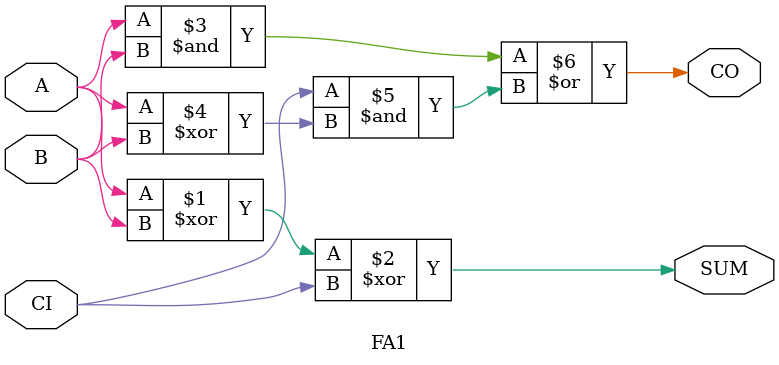
<source format=v>
`timescale 1ns / 1ps


module FA1(

    input A,       
    input B,       
    input CI,      //carry in
    output SUM,    //sum output
    output CO      //carry out
);

    
    assign SUM = A ^ B ^ CI; //xor for sum
    assign CO = (A & B) | (CI & (A ^ B));  //carry out logic

endmodule

</source>
